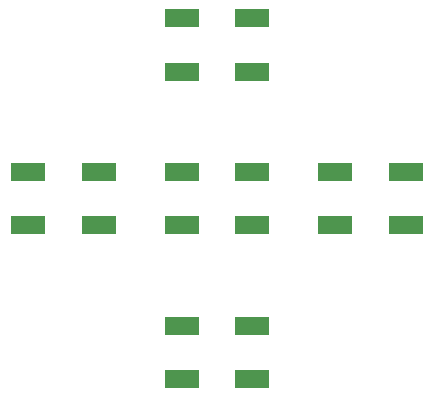
<source format=gtp>
G04 Layer_Color=8421504*
%FSLAX25Y25*%
%MOIN*%
G70*
G01*
G75*
%ADD10R,0.11811X0.05906*%
D10*
X133858Y182087D02*
D03*
X110236D02*
D03*
Y164370D02*
D03*
X133858D02*
D03*
X185039Y182087D02*
D03*
X161417D02*
D03*
Y164370D02*
D03*
X185039D02*
D03*
X236221Y182087D02*
D03*
X212598D02*
D03*
Y164370D02*
D03*
X236221D02*
D03*
X185039Y130905D02*
D03*
X161417D02*
D03*
Y113189D02*
D03*
X185039D02*
D03*
Y233268D02*
D03*
X161417D02*
D03*
Y215551D02*
D03*
X185039D02*
D03*
M02*

</source>
